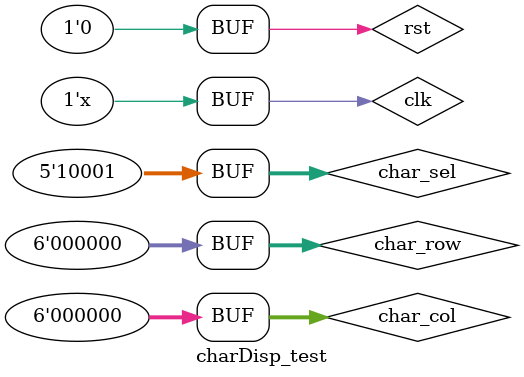
<source format=v>
`timescale 1ns / 1ps


module charDisp_test(
    );
    
    reg clk;
    reg rst;
    reg [4:0] char_sel;
    reg [5:0] char_row;
    reg [5:0] char_col;
    
    wire out;
    
    disp_char uut(
        .char_sel(char_sel),
        .char_row(char_row),
        .char_col(char_col),
        .out(out),
        .clk(clk),
        .rst(rst)
        );
        
    initial begin
        // Initialize Inputs
        clk = 0;
        rst = 0;
        char_sel = 0;
        char_row = 0;
        char_col = 0;
        
        // Wait 100 ns for global reset to finish
        #100;
        
        // Add stimulus here
        
        for (char_sel = 0; char_sel < 17; char_sel = char_sel + 1) begin
            #20;
//            for (char_row = 0; char_row < 32; char_row = char_row +1) begin
//                #10;
//                for (char_col = 0; char_col < 32; char_col = char_col +1) begin
//                    #2;
//                end
//            end
            
        end

    end
    
    always begin
        #5 clk = !clk;
    end
  
endmodule

</source>
